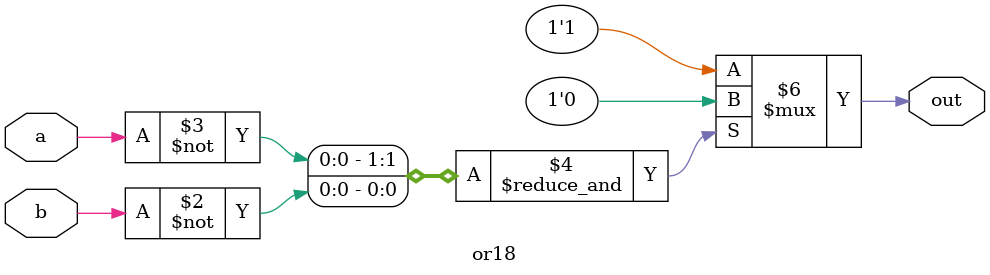
<source format=v>
module or18 (
    input wire a,b,
    output reg out
);

    always @(*) begin
        out = (~(&{~a,~b})) ? 1'b1 : 1'b0;
    end
    
endmodule

</source>
